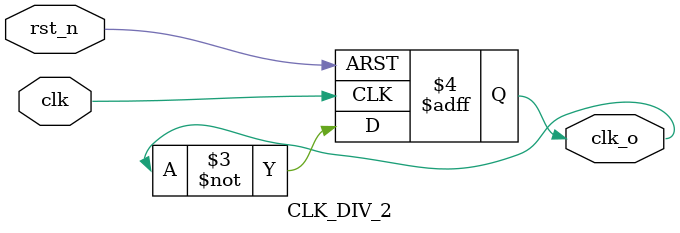
<source format=v>
module CLK_DIV_2
(
    // IO declaration
    // input -- declare an input pin
    // clk   -- pin name
    input           clk,
    input           rst_n,
    // output -- declare an output pin
    // reg    -- declare pin with "reg" type signal
    output reg      clk_o
);

// always -- always active block
// @($$$)  -- active with preceding "$$$" signals
// posedge -- rise edge trigger
// negedge -- falling edge trigger
always @(posedge clk or negedge rst_n) 
    if(~rst_n)
        // <= -- non-blocking assignment
        clk_o <= 0;
    else
        clk_o <= ~clk_o;
    
endmodule

</source>
